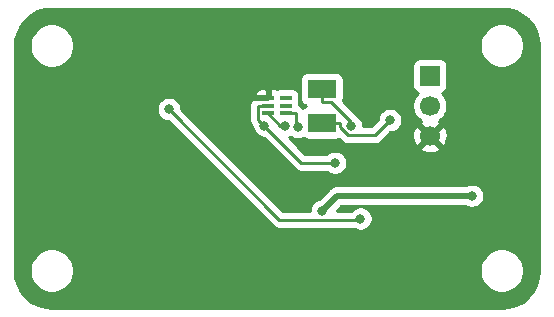
<source format=gbr>
%TF.GenerationSoftware,KiCad,Pcbnew,(5.1.6)-1*%
%TF.CreationDate,2020-08-19T17:28:43+02:00*%
%TF.ProjectId,spectrofluo,73706563-7472-46f6-966c-756f2e6b6963,rev?*%
%TF.SameCoordinates,Original*%
%TF.FileFunction,Copper,L2,Bot*%
%TF.FilePolarity,Positive*%
%FSLAX46Y46*%
G04 Gerber Fmt 4.6, Leading zero omitted, Abs format (unit mm)*
G04 Created by KiCad (PCBNEW (5.1.6)-1) date 2020-08-19 17:28:43*
%MOMM*%
%LPD*%
G01*
G04 APERTURE LIST*
%TA.AperFunction,SMDPad,CuDef*%
%ADD10R,2.400000X1.600000*%
%TD*%
%TA.AperFunction,ViaPad*%
%ADD11C,1.699999*%
%TD*%
%TA.AperFunction,ViaPad*%
%ADD12R,1.699999X1.699999*%
%TD*%
%TA.AperFunction,SMDPad,CuDef*%
%ADD13R,1.000000X0.400000*%
%TD*%
%TA.AperFunction,ViaPad*%
%ADD14C,0.800000*%
%TD*%
%TA.AperFunction,Conductor*%
%ADD15C,0.250000*%
%TD*%
%TA.AperFunction,Conductor*%
%ADD16C,0.500000*%
%TD*%
%TA.AperFunction,Conductor*%
%ADD17C,0.254000*%
%TD*%
G04 APERTURE END LIST*
D10*
%TO.P,D1,1*%
%TO.N,Net-(D1-Pad1)*%
X128270000Y-90325000D03*
%TO.P,D1,2*%
%TO.N,Net-(D1-Pad2)*%
X128270000Y-87475000D03*
%TD*%
D11*
%TO.N,GND*%
%TO.C,Q1*%
X137414000Y-91440000D03*
%TO.N,+5V*%
X137414000Y-88900000D03*
D12*
%TO.N,Net-(Q1-Pad1)*%
X137414000Y-86360000D03*
%TD*%
D13*
%TO.P,U2,5*%
%TO.N,N/C*%
X125210000Y-88900000D03*
%TO.P,U2,4*%
X125210000Y-88250000D03*
%TO.P,U2,6*%
%TO.N,/SDA_3V*%
X125210000Y-89550000D03*
%TO.P,U2,3*%
%TO.N,GND*%
X123710000Y-88250000D03*
%TO.P,U2,2*%
%TO.N,/SCL_3V*%
X123710000Y-88900000D03*
%TO.P,U2,1*%
%TO.N,+3V3*%
X123710000Y-89550000D03*
%TD*%
D14*
%TO.N,Net-(B_R1-Pad2)*%
X115316000Y-89190000D03*
X131535400Y-98460100D03*
%TO.N,+5V*%
X128270000Y-97790000D03*
X140970000Y-96520000D03*
%TO.N,GND*%
X120163797Y-87143797D03*
%TO.N,+3V3*%
X125144100Y-90587800D03*
%TO.N,Net-(D1-Pad1)*%
X134035200Y-90109700D03*
%TO.N,Net-(D1-Pad2)*%
X130730000Y-90639400D03*
%TO.N,/SCL_3V*%
X129377300Y-93726000D03*
X123397500Y-90587800D03*
%TO.N,/SDA_3V*%
X126264400Y-90698000D03*
%TD*%
D15*
%TO.N,Net-(B_R1-Pad2)*%
X131535400Y-98460100D02*
X131443200Y-98552300D01*
X131443200Y-98552300D02*
X124678300Y-98552300D01*
X124678300Y-98552300D02*
X115316000Y-89190000D01*
D16*
%TO.N,+5V*%
X140970000Y-96520000D02*
X129540000Y-96520000D01*
X129540000Y-96520000D02*
X128270000Y-97790000D01*
%TO.N,GND*%
X123710000Y-88250000D02*
X121270000Y-88250000D01*
X121270000Y-88250000D02*
X120163797Y-87143797D01*
D15*
%TO.N,+3V3*%
X123710000Y-89550000D02*
X124747800Y-90587800D01*
X124747800Y-90587800D02*
X125144100Y-90587800D01*
%TO.N,Net-(D1-Pad1)*%
X128270000Y-90325000D02*
X129795300Y-90325000D01*
X134035200Y-90109700D02*
X132737000Y-91407900D01*
X132737000Y-91407900D02*
X130472000Y-91407900D01*
X130472000Y-91407900D02*
X129795300Y-90731200D01*
X129795300Y-90731200D02*
X129795300Y-90325000D01*
%TO.N,Net-(D1-Pad2)*%
X128270000Y-87475000D02*
X128270000Y-88600300D01*
X128270000Y-88600300D02*
X129043100Y-88600300D01*
X129043100Y-88600300D02*
X130730000Y-90287200D01*
X130730000Y-90287200D02*
X130730000Y-90639400D01*
%TO.N,/SCL_3V*%
X123397500Y-90587800D02*
X126535700Y-93726000D01*
X126535700Y-93726000D02*
X129377300Y-93726000D01*
X123710000Y-88900000D02*
X122884700Y-88900000D01*
X122884700Y-88900000D02*
X122884700Y-90075000D01*
X122884700Y-90075000D02*
X123397500Y-90587800D01*
%TO.N,/SDA_3V*%
X125210000Y-89550000D02*
X126035300Y-89550000D01*
X126035300Y-89550000D02*
X126035300Y-90468900D01*
X126035300Y-90468900D02*
X126264400Y-90698000D01*
%TD*%
D17*
%TO.N,GND*%
G36*
X144121222Y-80733096D02*
G01*
X144709164Y-80910606D01*
X145251436Y-81198937D01*
X145727364Y-81587094D01*
X146118845Y-82060314D01*
X146410951Y-82600552D01*
X146592563Y-83187244D01*
X146660001Y-83828888D01*
X146660000Y-102837721D01*
X146596904Y-103481221D01*
X146419394Y-104069164D01*
X146131063Y-104611436D01*
X145742906Y-105087364D01*
X145269686Y-105478845D01*
X144729449Y-105770950D01*
X144142756Y-105952563D01*
X143501130Y-106020000D01*
X105442279Y-106020000D01*
X104798779Y-105956904D01*
X104210836Y-105779394D01*
X103668564Y-105491063D01*
X103192636Y-105102906D01*
X102801155Y-104629686D01*
X102509050Y-104089449D01*
X102327437Y-103502756D01*
X102260000Y-102861130D01*
X102260000Y-102684344D01*
X103525000Y-102684344D01*
X103525000Y-103055656D01*
X103597439Y-103419834D01*
X103739534Y-103762882D01*
X103945825Y-104071618D01*
X104208382Y-104334175D01*
X104517118Y-104540466D01*
X104860166Y-104682561D01*
X105224344Y-104755000D01*
X105595656Y-104755000D01*
X105959834Y-104682561D01*
X106302882Y-104540466D01*
X106611618Y-104334175D01*
X106874175Y-104071618D01*
X107080466Y-103762882D01*
X107222561Y-103419834D01*
X107295000Y-103055656D01*
X107295000Y-102684344D01*
X141625000Y-102684344D01*
X141625000Y-103055656D01*
X141697439Y-103419834D01*
X141839534Y-103762882D01*
X142045825Y-104071618D01*
X142308382Y-104334175D01*
X142617118Y-104540466D01*
X142960166Y-104682561D01*
X143324344Y-104755000D01*
X143695656Y-104755000D01*
X144059834Y-104682561D01*
X144402882Y-104540466D01*
X144711618Y-104334175D01*
X144974175Y-104071618D01*
X145180466Y-103762882D01*
X145322561Y-103419834D01*
X145395000Y-103055656D01*
X145395000Y-102684344D01*
X145322561Y-102320166D01*
X145180466Y-101977118D01*
X144974175Y-101668382D01*
X144711618Y-101405825D01*
X144402882Y-101199534D01*
X144059834Y-101057439D01*
X143695656Y-100985000D01*
X143324344Y-100985000D01*
X142960166Y-101057439D01*
X142617118Y-101199534D01*
X142308382Y-101405825D01*
X142045825Y-101668382D01*
X141839534Y-101977118D01*
X141697439Y-102320166D01*
X141625000Y-102684344D01*
X107295000Y-102684344D01*
X107222561Y-102320166D01*
X107080466Y-101977118D01*
X106874175Y-101668382D01*
X106611618Y-101405825D01*
X106302882Y-101199534D01*
X105959834Y-101057439D01*
X105595656Y-100985000D01*
X105224344Y-100985000D01*
X104860166Y-101057439D01*
X104517118Y-101199534D01*
X104208382Y-101405825D01*
X103945825Y-101668382D01*
X103739534Y-101977118D01*
X103597439Y-102320166D01*
X103525000Y-102684344D01*
X102260000Y-102684344D01*
X102260000Y-89088061D01*
X114281000Y-89088061D01*
X114281000Y-89291939D01*
X114320774Y-89491898D01*
X114398795Y-89680256D01*
X114512063Y-89849774D01*
X114656226Y-89993937D01*
X114825744Y-90107205D01*
X115014102Y-90185226D01*
X115214061Y-90225000D01*
X115276199Y-90225000D01*
X124114501Y-99063303D01*
X124138299Y-99092301D01*
X124254024Y-99187274D01*
X124386053Y-99257846D01*
X124529314Y-99301303D01*
X124640967Y-99312300D01*
X124640975Y-99312300D01*
X124678300Y-99315976D01*
X124715625Y-99312300D01*
X130947857Y-99312300D01*
X131045144Y-99377305D01*
X131233502Y-99455326D01*
X131433461Y-99495100D01*
X131637339Y-99495100D01*
X131837298Y-99455326D01*
X132025656Y-99377305D01*
X132195174Y-99264037D01*
X132339337Y-99119874D01*
X132452605Y-98950356D01*
X132530626Y-98761998D01*
X132570400Y-98562039D01*
X132570400Y-98358161D01*
X132530626Y-98158202D01*
X132452605Y-97969844D01*
X132339337Y-97800326D01*
X132195174Y-97656163D01*
X132025656Y-97542895D01*
X131837298Y-97464874D01*
X131637339Y-97425100D01*
X131433461Y-97425100D01*
X131233502Y-97464874D01*
X131045144Y-97542895D01*
X130875626Y-97656163D01*
X130739489Y-97792300D01*
X129519278Y-97792300D01*
X129906579Y-97405000D01*
X140431546Y-97405000D01*
X140479744Y-97437205D01*
X140668102Y-97515226D01*
X140868061Y-97555000D01*
X141071939Y-97555000D01*
X141271898Y-97515226D01*
X141460256Y-97437205D01*
X141629774Y-97323937D01*
X141773937Y-97179774D01*
X141887205Y-97010256D01*
X141965226Y-96821898D01*
X142005000Y-96621939D01*
X142005000Y-96418061D01*
X141965226Y-96218102D01*
X141887205Y-96029744D01*
X141773937Y-95860226D01*
X141629774Y-95716063D01*
X141460256Y-95602795D01*
X141271898Y-95524774D01*
X141071939Y-95485000D01*
X140868061Y-95485000D01*
X140668102Y-95524774D01*
X140479744Y-95602795D01*
X140431546Y-95635000D01*
X129583465Y-95635000D01*
X129539999Y-95630719D01*
X129496533Y-95635000D01*
X129496523Y-95635000D01*
X129366510Y-95647805D01*
X129199687Y-95698411D01*
X129045941Y-95780589D01*
X129045939Y-95780590D01*
X129045940Y-95780590D01*
X128944953Y-95863468D01*
X128944951Y-95863470D01*
X128911183Y-95891183D01*
X128883470Y-95924951D01*
X128024957Y-96783465D01*
X127968102Y-96794774D01*
X127779744Y-96872795D01*
X127610226Y-96986063D01*
X127466063Y-97130226D01*
X127352795Y-97299744D01*
X127274774Y-97488102D01*
X127235000Y-97688061D01*
X127235000Y-97792300D01*
X124993102Y-97792300D01*
X116351000Y-89150199D01*
X116351000Y-89088061D01*
X116313593Y-88900000D01*
X122121023Y-88900000D01*
X122124700Y-88937333D01*
X122124701Y-90037668D01*
X122121024Y-90075000D01*
X122124701Y-90112333D01*
X122135698Y-90223986D01*
X122146224Y-90258687D01*
X122179154Y-90367246D01*
X122249726Y-90499276D01*
X122290545Y-90549013D01*
X122344700Y-90615001D01*
X122362500Y-90629609D01*
X122362500Y-90689739D01*
X122402274Y-90889698D01*
X122480295Y-91078056D01*
X122593563Y-91247574D01*
X122737726Y-91391737D01*
X122907244Y-91505005D01*
X123095602Y-91583026D01*
X123295561Y-91622800D01*
X123357699Y-91622800D01*
X125971901Y-94237003D01*
X125995699Y-94266001D01*
X126024697Y-94289799D01*
X126111423Y-94360974D01*
X126243453Y-94431546D01*
X126386714Y-94475003D01*
X126498367Y-94486000D01*
X126498377Y-94486000D01*
X126535699Y-94489676D01*
X126573022Y-94486000D01*
X128673589Y-94486000D01*
X128717526Y-94529937D01*
X128887044Y-94643205D01*
X129075402Y-94721226D01*
X129275361Y-94761000D01*
X129479239Y-94761000D01*
X129679198Y-94721226D01*
X129867556Y-94643205D01*
X130037074Y-94529937D01*
X130181237Y-94385774D01*
X130294505Y-94216256D01*
X130372526Y-94027898D01*
X130412300Y-93827939D01*
X130412300Y-93624061D01*
X130372526Y-93424102D01*
X130294505Y-93235744D01*
X130181237Y-93066226D01*
X130037074Y-92922063D01*
X129867556Y-92808795D01*
X129679198Y-92730774D01*
X129479239Y-92691000D01*
X129275361Y-92691000D01*
X129075402Y-92730774D01*
X128887044Y-92808795D01*
X128717526Y-92922063D01*
X128673589Y-92966000D01*
X126850502Y-92966000D01*
X126352898Y-92468396D01*
X136565209Y-92468396D01*
X136642843Y-92717470D01*
X136906883Y-92843369D01*
X137190411Y-92915338D01*
X137482531Y-92930610D01*
X137772018Y-92888599D01*
X138047747Y-92790918D01*
X138185157Y-92717470D01*
X138262791Y-92468396D01*
X137414000Y-91619605D01*
X136565209Y-92468396D01*
X126352898Y-92468396D01*
X125461222Y-91576720D01*
X125618838Y-91511433D01*
X125774144Y-91615205D01*
X125962502Y-91693226D01*
X126162461Y-91733000D01*
X126366339Y-91733000D01*
X126566298Y-91693226D01*
X126695978Y-91639511D01*
X126715506Y-91655537D01*
X126825820Y-91714502D01*
X126945518Y-91750812D01*
X127070000Y-91763072D01*
X129470000Y-91763072D01*
X129594482Y-91750812D01*
X129706216Y-91716918D01*
X129908200Y-91918902D01*
X129931999Y-91947901D01*
X130047724Y-92042874D01*
X130179753Y-92113446D01*
X130323014Y-92156903D01*
X130434667Y-92167900D01*
X130434676Y-92167900D01*
X130471999Y-92171576D01*
X130509322Y-92167900D01*
X132699678Y-92167900D01*
X132737000Y-92171576D01*
X132774322Y-92167900D01*
X132774333Y-92167900D01*
X132885986Y-92156903D01*
X133029247Y-92113446D01*
X133161276Y-92042874D01*
X133277001Y-91947901D01*
X133300804Y-91918897D01*
X133711170Y-91508531D01*
X135923390Y-91508531D01*
X135965401Y-91798018D01*
X136063082Y-92073747D01*
X136136530Y-92211157D01*
X136385604Y-92288791D01*
X137234395Y-91440000D01*
X137593605Y-91440000D01*
X138442396Y-92288791D01*
X138691470Y-92211157D01*
X138817369Y-91947117D01*
X138889338Y-91663589D01*
X138904610Y-91371469D01*
X138862599Y-91081982D01*
X138764918Y-90806253D01*
X138691470Y-90668843D01*
X138442396Y-90591209D01*
X137593605Y-91440000D01*
X137234395Y-91440000D01*
X136385604Y-90591209D01*
X136136530Y-90668843D01*
X136010631Y-90932883D01*
X135938662Y-91216411D01*
X135923390Y-91508531D01*
X133711170Y-91508531D01*
X134075002Y-91144700D01*
X134137139Y-91144700D01*
X134337098Y-91104926D01*
X134525456Y-91026905D01*
X134694974Y-90913637D01*
X134839137Y-90769474D01*
X134952405Y-90599956D01*
X135030426Y-90411598D01*
X135070200Y-90211639D01*
X135070200Y-90007761D01*
X135030426Y-89807802D01*
X134952405Y-89619444D01*
X134839137Y-89449926D01*
X134694974Y-89305763D01*
X134525456Y-89192495D01*
X134337098Y-89114474D01*
X134137139Y-89074700D01*
X133933261Y-89074700D01*
X133733302Y-89114474D01*
X133544944Y-89192495D01*
X133375426Y-89305763D01*
X133231263Y-89449926D01*
X133117995Y-89619444D01*
X133039974Y-89807802D01*
X133000200Y-90007761D01*
X133000200Y-90069898D01*
X132422199Y-90647900D01*
X131765000Y-90647900D01*
X131765000Y-90537461D01*
X131725226Y-90337502D01*
X131647205Y-90149144D01*
X131533937Y-89979626D01*
X131389774Y-89835463D01*
X131284964Y-89765431D01*
X131270001Y-89747199D01*
X131241004Y-89723402D01*
X130051588Y-88533986D01*
X130059502Y-88519180D01*
X130095812Y-88399482D01*
X130108072Y-88275000D01*
X130108072Y-86675000D01*
X130095812Y-86550518D01*
X130059502Y-86430820D01*
X130000537Y-86320506D01*
X129921185Y-86223815D01*
X129824494Y-86144463D01*
X129714180Y-86085498D01*
X129594482Y-86049188D01*
X129470000Y-86036928D01*
X127070000Y-86036928D01*
X126945518Y-86049188D01*
X126825820Y-86085498D01*
X126715506Y-86144463D01*
X126618815Y-86223815D01*
X126539463Y-86320506D01*
X126480498Y-86430820D01*
X126444188Y-86550518D01*
X126431928Y-86675000D01*
X126431928Y-88275000D01*
X126444188Y-88399482D01*
X126480498Y-88519180D01*
X126539463Y-88629494D01*
X126618815Y-88726185D01*
X126715506Y-88805537D01*
X126825820Y-88864502D01*
X126942841Y-88900000D01*
X126825820Y-88935498D01*
X126715506Y-88994463D01*
X126624108Y-89069471D01*
X126575301Y-89009999D01*
X126459576Y-88915026D01*
X126348072Y-88855425D01*
X126348072Y-88700000D01*
X126335812Y-88575518D01*
X126335655Y-88575000D01*
X126335812Y-88574482D01*
X126348072Y-88450000D01*
X126348072Y-88050000D01*
X126335812Y-87925518D01*
X126299502Y-87805820D01*
X126240537Y-87695506D01*
X126161185Y-87598815D01*
X126064494Y-87519463D01*
X125954180Y-87460498D01*
X125834482Y-87424188D01*
X125710000Y-87411928D01*
X124710000Y-87411928D01*
X124585518Y-87424188D01*
X124465820Y-87460498D01*
X124458960Y-87464165D01*
X124442688Y-87455869D01*
X124322308Y-87421889D01*
X124197612Y-87412048D01*
X123995750Y-87415000D01*
X123837000Y-87573750D01*
X123837000Y-88061928D01*
X123583000Y-88061928D01*
X123583000Y-87573750D01*
X123424250Y-87415000D01*
X123222388Y-87412048D01*
X123097692Y-87421889D01*
X122977312Y-87455869D01*
X122865874Y-87512680D01*
X122767660Y-87590140D01*
X122686445Y-87685272D01*
X122625350Y-87794421D01*
X122586723Y-87913391D01*
X122575000Y-88018250D01*
X122679748Y-88122998D01*
X122575000Y-88122998D01*
X122575000Y-88203783D01*
X122460424Y-88265026D01*
X122344699Y-88359999D01*
X122249726Y-88475724D01*
X122179154Y-88607753D01*
X122135697Y-88751014D01*
X122121023Y-88900000D01*
X116313593Y-88900000D01*
X116311226Y-88888102D01*
X116233205Y-88699744D01*
X116119937Y-88530226D01*
X115975774Y-88386063D01*
X115806256Y-88272795D01*
X115617898Y-88194774D01*
X115417939Y-88155000D01*
X115214061Y-88155000D01*
X115014102Y-88194774D01*
X114825744Y-88272795D01*
X114656226Y-88386063D01*
X114512063Y-88530226D01*
X114398795Y-88699744D01*
X114320774Y-88888102D01*
X114281000Y-89088061D01*
X102260000Y-89088061D01*
X102260000Y-83852279D01*
X102281368Y-83634344D01*
X103525000Y-83634344D01*
X103525000Y-84005656D01*
X103597439Y-84369834D01*
X103739534Y-84712882D01*
X103945825Y-85021618D01*
X104208382Y-85284175D01*
X104517118Y-85490466D01*
X104860166Y-85632561D01*
X105224344Y-85705000D01*
X105595656Y-85705000D01*
X105959834Y-85632561D01*
X106255720Y-85510001D01*
X135925929Y-85510001D01*
X135925929Y-87209999D01*
X135938189Y-87334481D01*
X135974499Y-87454179D01*
X136033464Y-87564493D01*
X136112816Y-87661184D01*
X136209507Y-87740536D01*
X136319821Y-87799501D01*
X136392382Y-87821512D01*
X136260526Y-87953368D01*
X136098011Y-88196589D01*
X135986069Y-88466842D01*
X135929001Y-88753740D01*
X135929001Y-89046260D01*
X135986069Y-89333158D01*
X136098011Y-89603411D01*
X136260526Y-89846632D01*
X136467368Y-90053474D01*
X136640730Y-90169310D01*
X136565209Y-90411604D01*
X137414000Y-91260395D01*
X138262791Y-90411604D01*
X138187270Y-90169310D01*
X138360632Y-90053474D01*
X138567474Y-89846632D01*
X138729989Y-89603411D01*
X138841931Y-89333158D01*
X138898999Y-89046260D01*
X138898999Y-88753740D01*
X138841931Y-88466842D01*
X138729989Y-88196589D01*
X138567474Y-87953368D01*
X138435618Y-87821512D01*
X138508179Y-87799501D01*
X138618493Y-87740536D01*
X138715184Y-87661184D01*
X138794536Y-87564493D01*
X138853501Y-87454179D01*
X138889811Y-87334481D01*
X138902071Y-87209999D01*
X138902071Y-85510001D01*
X138889811Y-85385519D01*
X138853501Y-85265821D01*
X138794536Y-85155507D01*
X138715184Y-85058816D01*
X138618493Y-84979464D01*
X138508179Y-84920499D01*
X138388481Y-84884189D01*
X138263999Y-84871929D01*
X136564001Y-84871929D01*
X136439519Y-84884189D01*
X136319821Y-84920499D01*
X136209507Y-84979464D01*
X136112816Y-85058816D01*
X136033464Y-85155507D01*
X135974499Y-85265821D01*
X135938189Y-85385519D01*
X135925929Y-85510001D01*
X106255720Y-85510001D01*
X106302882Y-85490466D01*
X106611618Y-85284175D01*
X106874175Y-85021618D01*
X107080466Y-84712882D01*
X107222561Y-84369834D01*
X107295000Y-84005656D01*
X107295000Y-83634344D01*
X141625000Y-83634344D01*
X141625000Y-84005656D01*
X141697439Y-84369834D01*
X141839534Y-84712882D01*
X142045825Y-85021618D01*
X142308382Y-85284175D01*
X142617118Y-85490466D01*
X142960166Y-85632561D01*
X143324344Y-85705000D01*
X143695656Y-85705000D01*
X144059834Y-85632561D01*
X144402882Y-85490466D01*
X144711618Y-85284175D01*
X144974175Y-85021618D01*
X145180466Y-84712882D01*
X145322561Y-84369834D01*
X145395000Y-84005656D01*
X145395000Y-83634344D01*
X145322561Y-83270166D01*
X145180466Y-82927118D01*
X144974175Y-82618382D01*
X144711618Y-82355825D01*
X144402882Y-82149534D01*
X144059834Y-82007439D01*
X143695656Y-81935000D01*
X143324344Y-81935000D01*
X142960166Y-82007439D01*
X142617118Y-82149534D01*
X142308382Y-82355825D01*
X142045825Y-82618382D01*
X141839534Y-82927118D01*
X141697439Y-83270166D01*
X141625000Y-83634344D01*
X107295000Y-83634344D01*
X107222561Y-83270166D01*
X107080466Y-82927118D01*
X106874175Y-82618382D01*
X106611618Y-82355825D01*
X106302882Y-82149534D01*
X105959834Y-82007439D01*
X105595656Y-81935000D01*
X105224344Y-81935000D01*
X104860166Y-82007439D01*
X104517118Y-82149534D01*
X104208382Y-82355825D01*
X103945825Y-82618382D01*
X103739534Y-82927118D01*
X103597439Y-83270166D01*
X103525000Y-83634344D01*
X102281368Y-83634344D01*
X102323096Y-83208778D01*
X102500606Y-82620836D01*
X102788937Y-82078564D01*
X103177094Y-81602636D01*
X103650314Y-81211155D01*
X104190552Y-80919049D01*
X104777244Y-80737437D01*
X105418879Y-80670000D01*
X143477721Y-80670000D01*
X144121222Y-80733096D01*
G37*
X144121222Y-80733096D02*
X144709164Y-80910606D01*
X145251436Y-81198937D01*
X145727364Y-81587094D01*
X146118845Y-82060314D01*
X146410951Y-82600552D01*
X146592563Y-83187244D01*
X146660001Y-83828888D01*
X146660000Y-102837721D01*
X146596904Y-103481221D01*
X146419394Y-104069164D01*
X146131063Y-104611436D01*
X145742906Y-105087364D01*
X145269686Y-105478845D01*
X144729449Y-105770950D01*
X144142756Y-105952563D01*
X143501130Y-106020000D01*
X105442279Y-106020000D01*
X104798779Y-105956904D01*
X104210836Y-105779394D01*
X103668564Y-105491063D01*
X103192636Y-105102906D01*
X102801155Y-104629686D01*
X102509050Y-104089449D01*
X102327437Y-103502756D01*
X102260000Y-102861130D01*
X102260000Y-102684344D01*
X103525000Y-102684344D01*
X103525000Y-103055656D01*
X103597439Y-103419834D01*
X103739534Y-103762882D01*
X103945825Y-104071618D01*
X104208382Y-104334175D01*
X104517118Y-104540466D01*
X104860166Y-104682561D01*
X105224344Y-104755000D01*
X105595656Y-104755000D01*
X105959834Y-104682561D01*
X106302882Y-104540466D01*
X106611618Y-104334175D01*
X106874175Y-104071618D01*
X107080466Y-103762882D01*
X107222561Y-103419834D01*
X107295000Y-103055656D01*
X107295000Y-102684344D01*
X141625000Y-102684344D01*
X141625000Y-103055656D01*
X141697439Y-103419834D01*
X141839534Y-103762882D01*
X142045825Y-104071618D01*
X142308382Y-104334175D01*
X142617118Y-104540466D01*
X142960166Y-104682561D01*
X143324344Y-104755000D01*
X143695656Y-104755000D01*
X144059834Y-104682561D01*
X144402882Y-104540466D01*
X144711618Y-104334175D01*
X144974175Y-104071618D01*
X145180466Y-103762882D01*
X145322561Y-103419834D01*
X145395000Y-103055656D01*
X145395000Y-102684344D01*
X145322561Y-102320166D01*
X145180466Y-101977118D01*
X144974175Y-101668382D01*
X144711618Y-101405825D01*
X144402882Y-101199534D01*
X144059834Y-101057439D01*
X143695656Y-100985000D01*
X143324344Y-100985000D01*
X142960166Y-101057439D01*
X142617118Y-101199534D01*
X142308382Y-101405825D01*
X142045825Y-101668382D01*
X141839534Y-101977118D01*
X141697439Y-102320166D01*
X141625000Y-102684344D01*
X107295000Y-102684344D01*
X107222561Y-102320166D01*
X107080466Y-101977118D01*
X106874175Y-101668382D01*
X106611618Y-101405825D01*
X106302882Y-101199534D01*
X105959834Y-101057439D01*
X105595656Y-100985000D01*
X105224344Y-100985000D01*
X104860166Y-101057439D01*
X104517118Y-101199534D01*
X104208382Y-101405825D01*
X103945825Y-101668382D01*
X103739534Y-101977118D01*
X103597439Y-102320166D01*
X103525000Y-102684344D01*
X102260000Y-102684344D01*
X102260000Y-89088061D01*
X114281000Y-89088061D01*
X114281000Y-89291939D01*
X114320774Y-89491898D01*
X114398795Y-89680256D01*
X114512063Y-89849774D01*
X114656226Y-89993937D01*
X114825744Y-90107205D01*
X115014102Y-90185226D01*
X115214061Y-90225000D01*
X115276199Y-90225000D01*
X124114501Y-99063303D01*
X124138299Y-99092301D01*
X124254024Y-99187274D01*
X124386053Y-99257846D01*
X124529314Y-99301303D01*
X124640967Y-99312300D01*
X124640975Y-99312300D01*
X124678300Y-99315976D01*
X124715625Y-99312300D01*
X130947857Y-99312300D01*
X131045144Y-99377305D01*
X131233502Y-99455326D01*
X131433461Y-99495100D01*
X131637339Y-99495100D01*
X131837298Y-99455326D01*
X132025656Y-99377305D01*
X132195174Y-99264037D01*
X132339337Y-99119874D01*
X132452605Y-98950356D01*
X132530626Y-98761998D01*
X132570400Y-98562039D01*
X132570400Y-98358161D01*
X132530626Y-98158202D01*
X132452605Y-97969844D01*
X132339337Y-97800326D01*
X132195174Y-97656163D01*
X132025656Y-97542895D01*
X131837298Y-97464874D01*
X131637339Y-97425100D01*
X131433461Y-97425100D01*
X131233502Y-97464874D01*
X131045144Y-97542895D01*
X130875626Y-97656163D01*
X130739489Y-97792300D01*
X129519278Y-97792300D01*
X129906579Y-97405000D01*
X140431546Y-97405000D01*
X140479744Y-97437205D01*
X140668102Y-97515226D01*
X140868061Y-97555000D01*
X141071939Y-97555000D01*
X141271898Y-97515226D01*
X141460256Y-97437205D01*
X141629774Y-97323937D01*
X141773937Y-97179774D01*
X141887205Y-97010256D01*
X141965226Y-96821898D01*
X142005000Y-96621939D01*
X142005000Y-96418061D01*
X141965226Y-96218102D01*
X141887205Y-96029744D01*
X141773937Y-95860226D01*
X141629774Y-95716063D01*
X141460256Y-95602795D01*
X141271898Y-95524774D01*
X141071939Y-95485000D01*
X140868061Y-95485000D01*
X140668102Y-95524774D01*
X140479744Y-95602795D01*
X140431546Y-95635000D01*
X129583465Y-95635000D01*
X129539999Y-95630719D01*
X129496533Y-95635000D01*
X129496523Y-95635000D01*
X129366510Y-95647805D01*
X129199687Y-95698411D01*
X129045941Y-95780589D01*
X129045939Y-95780590D01*
X129045940Y-95780590D01*
X128944953Y-95863468D01*
X128944951Y-95863470D01*
X128911183Y-95891183D01*
X128883470Y-95924951D01*
X128024957Y-96783465D01*
X127968102Y-96794774D01*
X127779744Y-96872795D01*
X127610226Y-96986063D01*
X127466063Y-97130226D01*
X127352795Y-97299744D01*
X127274774Y-97488102D01*
X127235000Y-97688061D01*
X127235000Y-97792300D01*
X124993102Y-97792300D01*
X116351000Y-89150199D01*
X116351000Y-89088061D01*
X116313593Y-88900000D01*
X122121023Y-88900000D01*
X122124700Y-88937333D01*
X122124701Y-90037668D01*
X122121024Y-90075000D01*
X122124701Y-90112333D01*
X122135698Y-90223986D01*
X122146224Y-90258687D01*
X122179154Y-90367246D01*
X122249726Y-90499276D01*
X122290545Y-90549013D01*
X122344700Y-90615001D01*
X122362500Y-90629609D01*
X122362500Y-90689739D01*
X122402274Y-90889698D01*
X122480295Y-91078056D01*
X122593563Y-91247574D01*
X122737726Y-91391737D01*
X122907244Y-91505005D01*
X123095602Y-91583026D01*
X123295561Y-91622800D01*
X123357699Y-91622800D01*
X125971901Y-94237003D01*
X125995699Y-94266001D01*
X126024697Y-94289799D01*
X126111423Y-94360974D01*
X126243453Y-94431546D01*
X126386714Y-94475003D01*
X126498367Y-94486000D01*
X126498377Y-94486000D01*
X126535699Y-94489676D01*
X126573022Y-94486000D01*
X128673589Y-94486000D01*
X128717526Y-94529937D01*
X128887044Y-94643205D01*
X129075402Y-94721226D01*
X129275361Y-94761000D01*
X129479239Y-94761000D01*
X129679198Y-94721226D01*
X129867556Y-94643205D01*
X130037074Y-94529937D01*
X130181237Y-94385774D01*
X130294505Y-94216256D01*
X130372526Y-94027898D01*
X130412300Y-93827939D01*
X130412300Y-93624061D01*
X130372526Y-93424102D01*
X130294505Y-93235744D01*
X130181237Y-93066226D01*
X130037074Y-92922063D01*
X129867556Y-92808795D01*
X129679198Y-92730774D01*
X129479239Y-92691000D01*
X129275361Y-92691000D01*
X129075402Y-92730774D01*
X128887044Y-92808795D01*
X128717526Y-92922063D01*
X128673589Y-92966000D01*
X126850502Y-92966000D01*
X126352898Y-92468396D01*
X136565209Y-92468396D01*
X136642843Y-92717470D01*
X136906883Y-92843369D01*
X137190411Y-92915338D01*
X137482531Y-92930610D01*
X137772018Y-92888599D01*
X138047747Y-92790918D01*
X138185157Y-92717470D01*
X138262791Y-92468396D01*
X137414000Y-91619605D01*
X136565209Y-92468396D01*
X126352898Y-92468396D01*
X125461222Y-91576720D01*
X125618838Y-91511433D01*
X125774144Y-91615205D01*
X125962502Y-91693226D01*
X126162461Y-91733000D01*
X126366339Y-91733000D01*
X126566298Y-91693226D01*
X126695978Y-91639511D01*
X126715506Y-91655537D01*
X126825820Y-91714502D01*
X126945518Y-91750812D01*
X127070000Y-91763072D01*
X129470000Y-91763072D01*
X129594482Y-91750812D01*
X129706216Y-91716918D01*
X129908200Y-91918902D01*
X129931999Y-91947901D01*
X130047724Y-92042874D01*
X130179753Y-92113446D01*
X130323014Y-92156903D01*
X130434667Y-92167900D01*
X130434676Y-92167900D01*
X130471999Y-92171576D01*
X130509322Y-92167900D01*
X132699678Y-92167900D01*
X132737000Y-92171576D01*
X132774322Y-92167900D01*
X132774333Y-92167900D01*
X132885986Y-92156903D01*
X133029247Y-92113446D01*
X133161276Y-92042874D01*
X133277001Y-91947901D01*
X133300804Y-91918897D01*
X133711170Y-91508531D01*
X135923390Y-91508531D01*
X135965401Y-91798018D01*
X136063082Y-92073747D01*
X136136530Y-92211157D01*
X136385604Y-92288791D01*
X137234395Y-91440000D01*
X137593605Y-91440000D01*
X138442396Y-92288791D01*
X138691470Y-92211157D01*
X138817369Y-91947117D01*
X138889338Y-91663589D01*
X138904610Y-91371469D01*
X138862599Y-91081982D01*
X138764918Y-90806253D01*
X138691470Y-90668843D01*
X138442396Y-90591209D01*
X137593605Y-91440000D01*
X137234395Y-91440000D01*
X136385604Y-90591209D01*
X136136530Y-90668843D01*
X136010631Y-90932883D01*
X135938662Y-91216411D01*
X135923390Y-91508531D01*
X133711170Y-91508531D01*
X134075002Y-91144700D01*
X134137139Y-91144700D01*
X134337098Y-91104926D01*
X134525456Y-91026905D01*
X134694974Y-90913637D01*
X134839137Y-90769474D01*
X134952405Y-90599956D01*
X135030426Y-90411598D01*
X135070200Y-90211639D01*
X135070200Y-90007761D01*
X135030426Y-89807802D01*
X134952405Y-89619444D01*
X134839137Y-89449926D01*
X134694974Y-89305763D01*
X134525456Y-89192495D01*
X134337098Y-89114474D01*
X134137139Y-89074700D01*
X133933261Y-89074700D01*
X133733302Y-89114474D01*
X133544944Y-89192495D01*
X133375426Y-89305763D01*
X133231263Y-89449926D01*
X133117995Y-89619444D01*
X133039974Y-89807802D01*
X133000200Y-90007761D01*
X133000200Y-90069898D01*
X132422199Y-90647900D01*
X131765000Y-90647900D01*
X131765000Y-90537461D01*
X131725226Y-90337502D01*
X131647205Y-90149144D01*
X131533937Y-89979626D01*
X131389774Y-89835463D01*
X131284964Y-89765431D01*
X131270001Y-89747199D01*
X131241004Y-89723402D01*
X130051588Y-88533986D01*
X130059502Y-88519180D01*
X130095812Y-88399482D01*
X130108072Y-88275000D01*
X130108072Y-86675000D01*
X130095812Y-86550518D01*
X130059502Y-86430820D01*
X130000537Y-86320506D01*
X129921185Y-86223815D01*
X129824494Y-86144463D01*
X129714180Y-86085498D01*
X129594482Y-86049188D01*
X129470000Y-86036928D01*
X127070000Y-86036928D01*
X126945518Y-86049188D01*
X126825820Y-86085498D01*
X126715506Y-86144463D01*
X126618815Y-86223815D01*
X126539463Y-86320506D01*
X126480498Y-86430820D01*
X126444188Y-86550518D01*
X126431928Y-86675000D01*
X126431928Y-88275000D01*
X126444188Y-88399482D01*
X126480498Y-88519180D01*
X126539463Y-88629494D01*
X126618815Y-88726185D01*
X126715506Y-88805537D01*
X126825820Y-88864502D01*
X126942841Y-88900000D01*
X126825820Y-88935498D01*
X126715506Y-88994463D01*
X126624108Y-89069471D01*
X126575301Y-89009999D01*
X126459576Y-88915026D01*
X126348072Y-88855425D01*
X126348072Y-88700000D01*
X126335812Y-88575518D01*
X126335655Y-88575000D01*
X126335812Y-88574482D01*
X126348072Y-88450000D01*
X126348072Y-88050000D01*
X126335812Y-87925518D01*
X126299502Y-87805820D01*
X126240537Y-87695506D01*
X126161185Y-87598815D01*
X126064494Y-87519463D01*
X125954180Y-87460498D01*
X125834482Y-87424188D01*
X125710000Y-87411928D01*
X124710000Y-87411928D01*
X124585518Y-87424188D01*
X124465820Y-87460498D01*
X124458960Y-87464165D01*
X124442688Y-87455869D01*
X124322308Y-87421889D01*
X124197612Y-87412048D01*
X123995750Y-87415000D01*
X123837000Y-87573750D01*
X123837000Y-88061928D01*
X123583000Y-88061928D01*
X123583000Y-87573750D01*
X123424250Y-87415000D01*
X123222388Y-87412048D01*
X123097692Y-87421889D01*
X122977312Y-87455869D01*
X122865874Y-87512680D01*
X122767660Y-87590140D01*
X122686445Y-87685272D01*
X122625350Y-87794421D01*
X122586723Y-87913391D01*
X122575000Y-88018250D01*
X122679748Y-88122998D01*
X122575000Y-88122998D01*
X122575000Y-88203783D01*
X122460424Y-88265026D01*
X122344699Y-88359999D01*
X122249726Y-88475724D01*
X122179154Y-88607753D01*
X122135697Y-88751014D01*
X122121023Y-88900000D01*
X116313593Y-88900000D01*
X116311226Y-88888102D01*
X116233205Y-88699744D01*
X116119937Y-88530226D01*
X115975774Y-88386063D01*
X115806256Y-88272795D01*
X115617898Y-88194774D01*
X115417939Y-88155000D01*
X115214061Y-88155000D01*
X115014102Y-88194774D01*
X114825744Y-88272795D01*
X114656226Y-88386063D01*
X114512063Y-88530226D01*
X114398795Y-88699744D01*
X114320774Y-88888102D01*
X114281000Y-89088061D01*
X102260000Y-89088061D01*
X102260000Y-83852279D01*
X102281368Y-83634344D01*
X103525000Y-83634344D01*
X103525000Y-84005656D01*
X103597439Y-84369834D01*
X103739534Y-84712882D01*
X103945825Y-85021618D01*
X104208382Y-85284175D01*
X104517118Y-85490466D01*
X104860166Y-85632561D01*
X105224344Y-85705000D01*
X105595656Y-85705000D01*
X105959834Y-85632561D01*
X106255720Y-85510001D01*
X135925929Y-85510001D01*
X135925929Y-87209999D01*
X135938189Y-87334481D01*
X135974499Y-87454179D01*
X136033464Y-87564493D01*
X136112816Y-87661184D01*
X136209507Y-87740536D01*
X136319821Y-87799501D01*
X136392382Y-87821512D01*
X136260526Y-87953368D01*
X136098011Y-88196589D01*
X135986069Y-88466842D01*
X135929001Y-88753740D01*
X135929001Y-89046260D01*
X135986069Y-89333158D01*
X136098011Y-89603411D01*
X136260526Y-89846632D01*
X136467368Y-90053474D01*
X136640730Y-90169310D01*
X136565209Y-90411604D01*
X137414000Y-91260395D01*
X138262791Y-90411604D01*
X138187270Y-90169310D01*
X138360632Y-90053474D01*
X138567474Y-89846632D01*
X138729989Y-89603411D01*
X138841931Y-89333158D01*
X138898999Y-89046260D01*
X138898999Y-88753740D01*
X138841931Y-88466842D01*
X138729989Y-88196589D01*
X138567474Y-87953368D01*
X138435618Y-87821512D01*
X138508179Y-87799501D01*
X138618493Y-87740536D01*
X138715184Y-87661184D01*
X138794536Y-87564493D01*
X138853501Y-87454179D01*
X138889811Y-87334481D01*
X138902071Y-87209999D01*
X138902071Y-85510001D01*
X138889811Y-85385519D01*
X138853501Y-85265821D01*
X138794536Y-85155507D01*
X138715184Y-85058816D01*
X138618493Y-84979464D01*
X138508179Y-84920499D01*
X138388481Y-84884189D01*
X138263999Y-84871929D01*
X136564001Y-84871929D01*
X136439519Y-84884189D01*
X136319821Y-84920499D01*
X136209507Y-84979464D01*
X136112816Y-85058816D01*
X136033464Y-85155507D01*
X135974499Y-85265821D01*
X135938189Y-85385519D01*
X135925929Y-85510001D01*
X106255720Y-85510001D01*
X106302882Y-85490466D01*
X106611618Y-85284175D01*
X106874175Y-85021618D01*
X107080466Y-84712882D01*
X107222561Y-84369834D01*
X107295000Y-84005656D01*
X107295000Y-83634344D01*
X141625000Y-83634344D01*
X141625000Y-84005656D01*
X141697439Y-84369834D01*
X141839534Y-84712882D01*
X142045825Y-85021618D01*
X142308382Y-85284175D01*
X142617118Y-85490466D01*
X142960166Y-85632561D01*
X143324344Y-85705000D01*
X143695656Y-85705000D01*
X144059834Y-85632561D01*
X144402882Y-85490466D01*
X144711618Y-85284175D01*
X144974175Y-85021618D01*
X145180466Y-84712882D01*
X145322561Y-84369834D01*
X145395000Y-84005656D01*
X145395000Y-83634344D01*
X145322561Y-83270166D01*
X145180466Y-82927118D01*
X144974175Y-82618382D01*
X144711618Y-82355825D01*
X144402882Y-82149534D01*
X144059834Y-82007439D01*
X143695656Y-81935000D01*
X143324344Y-81935000D01*
X142960166Y-82007439D01*
X142617118Y-82149534D01*
X142308382Y-82355825D01*
X142045825Y-82618382D01*
X141839534Y-82927118D01*
X141697439Y-83270166D01*
X141625000Y-83634344D01*
X107295000Y-83634344D01*
X107222561Y-83270166D01*
X107080466Y-82927118D01*
X106874175Y-82618382D01*
X106611618Y-82355825D01*
X106302882Y-82149534D01*
X105959834Y-82007439D01*
X105595656Y-81935000D01*
X105224344Y-81935000D01*
X104860166Y-82007439D01*
X104517118Y-82149534D01*
X104208382Y-82355825D01*
X103945825Y-82618382D01*
X103739534Y-82927118D01*
X103597439Y-83270166D01*
X103525000Y-83634344D01*
X102281368Y-83634344D01*
X102323096Y-83208778D01*
X102500606Y-82620836D01*
X102788937Y-82078564D01*
X103177094Y-81602636D01*
X103650314Y-81211155D01*
X104190552Y-80919049D01*
X104777244Y-80737437D01*
X105418879Y-80670000D01*
X143477721Y-80670000D01*
X144121222Y-80733096D01*
%TD*%
M02*

</source>
